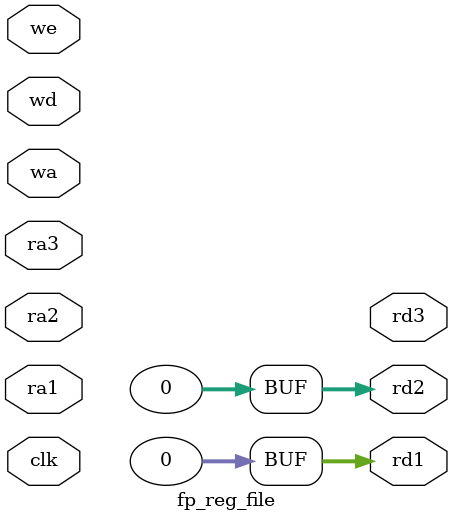
<source format=v>
module fp_reg_file (
    input clk,
    input we,
    input [4:0] ra1, ra2, ra3, wa,
    input [31:0] wd,
    output [31:0] rd1, rd2, rd3
);
    parameter DEPTH = 32;
    reg [31:0] mem [0:31];
    assign rd1 = 32'd0;
    assign rd2 = 32'd0;
endmodule

</source>
